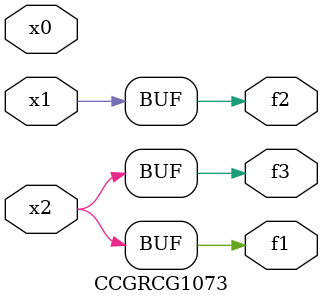
<source format=v>
module CCGRCG1073(
	input x0, x1, x2,
	output f1, f2, f3
);
	assign f1 = x2;
	assign f2 = x1;
	assign f3 = x2;
endmodule

</source>
